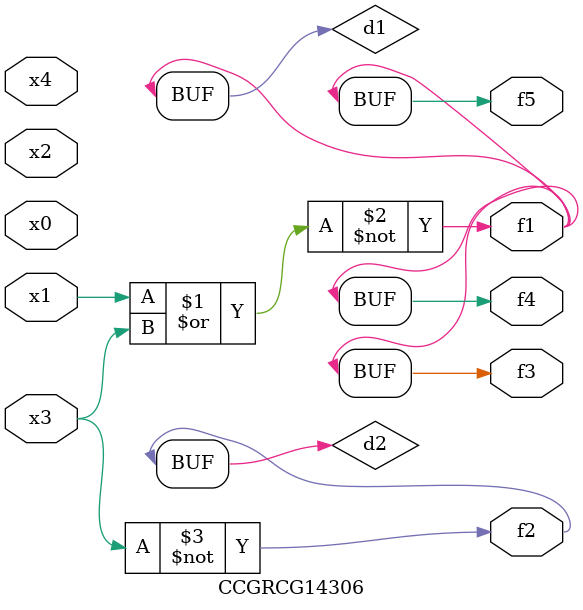
<source format=v>
module CCGRCG14306(
	input x0, x1, x2, x3, x4,
	output f1, f2, f3, f4, f5
);

	wire d1, d2;

	nor (d1, x1, x3);
	not (d2, x3);
	assign f1 = d1;
	assign f2 = d2;
	assign f3 = d1;
	assign f4 = d1;
	assign f5 = d1;
endmodule

</source>
